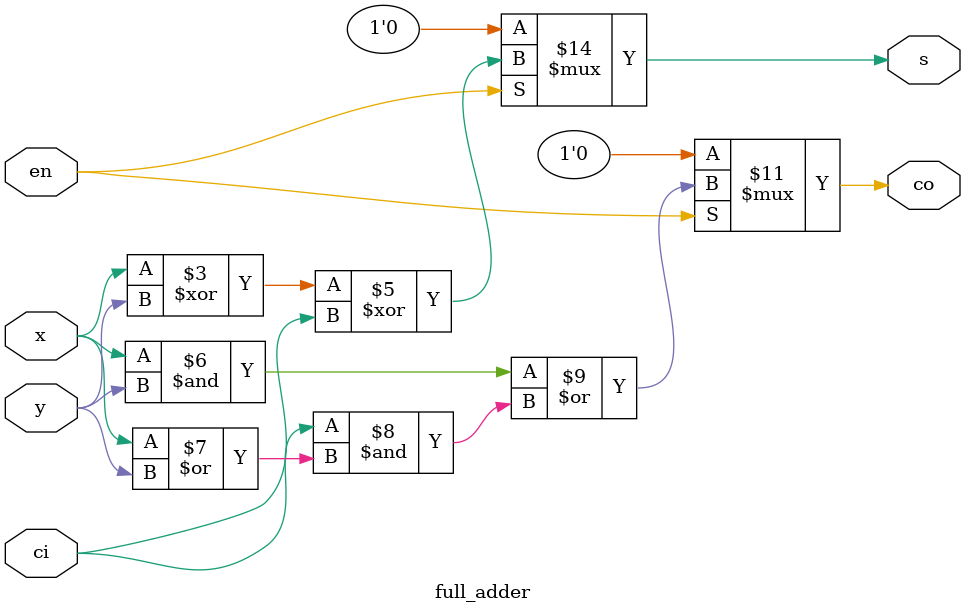
<source format=sv>
module full_adder (
	input x, y, ci, en,
	output logic s, co);

	always_comb begin
		if (en) begin 
			s = (x^^y)^^ci;
			co = x&y|(ci&(x|y));
		end
		else begin
			s = 1'b0;
			co = 1'b0;
		end
	end

endmodule
</source>
